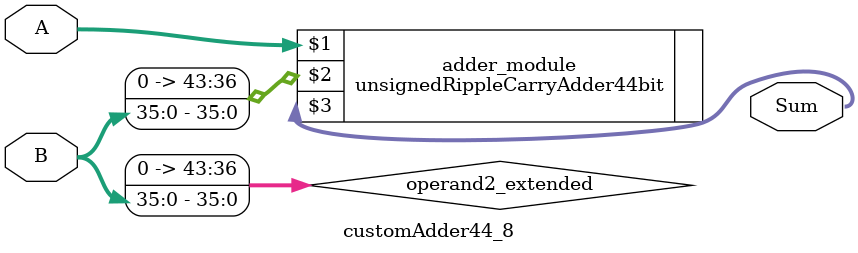
<source format=v>
module customAdder44_8(
                        input [43 : 0] A,
                        input [35 : 0] B,
                        
                        output [44 : 0] Sum
                );

        wire [43 : 0] operand2_extended;
        
        assign operand2_extended =  {8'b0, B};
        
        unsignedRippleCarryAdder44bit adder_module(
            A,
            operand2_extended,
            Sum
        );
        
        endmodule
        
</source>
